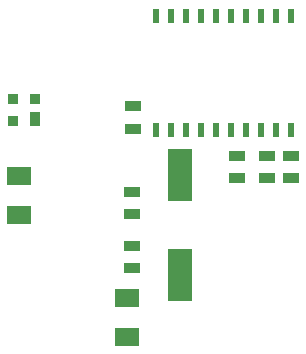
<source format=gbr>
G04 #@! TF.GenerationSoftware,KiCad,Pcbnew,6.0.11-2627ca5db0~126~ubuntu22.04.1*
G04 #@! TF.CreationDate,2023-12-06T10:38:32+01:00*
G04 #@! TF.ProjectId,bus-module_attiny1634,6275732d-6d6f-4647-956c-655f61747469,C*
G04 #@! TF.SameCoordinates,Original*
G04 #@! TF.FileFunction,Paste,Top*
G04 #@! TF.FilePolarity,Positive*
%FSLAX46Y46*%
G04 Gerber Fmt 4.6, Leading zero omitted, Abs format (unit mm)*
G04 Created by KiCad (PCBNEW 6.0.11-2627ca5db0~126~ubuntu22.04.1) date 2023-12-06 10:38:32*
%MOMM*%
%LPD*%
G01*
G04 APERTURE LIST*
G04 Aperture macros list*
%AMOutline4P*
0 Free polygon, 4 corners , with rotation*
0 The origin of the aperture is its center*
0 number of corners: always 4*
0 $1 to $8 corner X, Y*
0 $9 Rotation angle, in degrees counterclockwise*
0 create outline with 4 corners*
4,1,4,$1,$2,$3,$4,$5,$6,$7,$8,$1,$2,$9*%
G04 Aperture macros list end*
%ADD10R,1.397000X0.889000*%
%ADD11R,1.998980X4.500880*%
%ADD12R,0.508000X1.270000*%
%ADD13R,0.850000X1.200000*%
%ADD14R,0.850000X0.850000*%
%ADD15Outline4P,-0.425000X-0.425000X0.425000X-0.425000X0.425000X0.425000X-0.425000X0.425000X90.000000*%
%ADD16R,2.032000X1.524000*%
G04 APERTURE END LIST*
D10*
X92448000Y-104211500D03*
X92448000Y-106116500D03*
X92448000Y-110688500D03*
X92448000Y-108783500D03*
X105910000Y-101163500D03*
X105910000Y-103068500D03*
X103878000Y-101163500D03*
X103878000Y-103068500D03*
X101338000Y-101163500D03*
X101338000Y-103068500D03*
X92575000Y-98877500D03*
X92575000Y-96972500D03*
D11*
X96512000Y-102761160D03*
X96512000Y-111260000D03*
D12*
X105910000Y-89289000D03*
X104640000Y-89289000D03*
X103370000Y-89289000D03*
X102100000Y-89289000D03*
X100830000Y-89289000D03*
X99560000Y-89289000D03*
X98290000Y-89289000D03*
X97020000Y-89289000D03*
X95750000Y-89289000D03*
X94480000Y-89289000D03*
X94480000Y-98941000D03*
X95750000Y-98941000D03*
X97020000Y-98941000D03*
X98290000Y-98941000D03*
X99560000Y-98941000D03*
X100830000Y-98941000D03*
X102100000Y-98941000D03*
X103370000Y-98941000D03*
X104640000Y-98941000D03*
X105910000Y-98941000D03*
D13*
X84254000Y-98059620D03*
D14*
X84254000Y-96340000D03*
X82354000Y-96340000D03*
D15*
X82354000Y-98240000D03*
D16*
X92067000Y-113165000D03*
X92067000Y-116467000D03*
X82923000Y-102878000D03*
X82923000Y-106180000D03*
M02*

</source>
